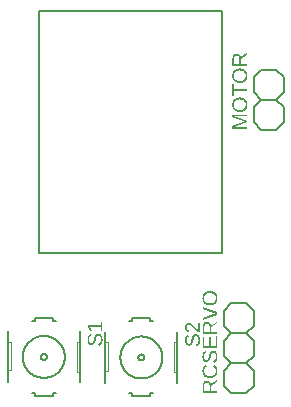
<source format=gbr>
G04 EAGLE Gerber RS-274X export*
G75*
%MOMM*%
%FSLAX34Y34*%
%LPD*%
%INSilkscreen Top*%
%IPPOS*%
%AMOC8*
5,1,8,0,0,1.08239X$1,22.5*%
G01*
G04 Define Apertures*
%ADD10C,0.152400*%
%ADD11C,0.050800*%
G36*
X242463Y301856D02*
X242927Y301891D01*
X243375Y301947D01*
X243808Y302027D01*
X244225Y302129D01*
X244628Y302254D01*
X245015Y302402D01*
X245387Y302572D01*
X245741Y302764D01*
X246074Y302976D01*
X246384Y303209D01*
X246674Y303462D01*
X246942Y303736D01*
X247188Y304030D01*
X247413Y304344D01*
X247616Y304678D01*
X247797Y305031D01*
X247954Y305401D01*
X248086Y305786D01*
X248195Y306188D01*
X248279Y306606D01*
X248339Y307041D01*
X248375Y307492D01*
X248387Y307959D01*
X248375Y308422D01*
X248338Y308869D01*
X248278Y309301D01*
X248192Y309717D01*
X248083Y310117D01*
X247949Y310502D01*
X247790Y310872D01*
X247608Y311225D01*
X247402Y311561D01*
X247176Y311877D01*
X246928Y312173D01*
X246660Y312448D01*
X246370Y312704D01*
X246059Y312939D01*
X245727Y313154D01*
X245374Y313349D01*
X245003Y313523D01*
X244617Y313673D01*
X244216Y313800D01*
X243800Y313905D01*
X243369Y313985D01*
X242922Y314043D01*
X242461Y314078D01*
X241985Y314090D01*
X241507Y314078D01*
X241045Y314044D01*
X240599Y313987D01*
X240169Y313907D01*
X239756Y313804D01*
X239359Y313678D01*
X238978Y313530D01*
X238613Y313358D01*
X238266Y313165D01*
X237941Y312952D01*
X237637Y312718D01*
X237355Y312464D01*
X237093Y312189D01*
X236853Y311894D01*
X236634Y311579D01*
X236436Y311243D01*
X236261Y310889D01*
X236109Y310520D01*
X235980Y310135D01*
X235875Y309734D01*
X235793Y309318D01*
X235734Y308886D01*
X235699Y308439D01*
X235687Y307976D01*
X235694Y307620D01*
X235713Y307273D01*
X235746Y306937D01*
X235792Y306610D01*
X235850Y306294D01*
X235922Y305987D01*
X236007Y305690D01*
X236104Y305403D01*
X236215Y305126D01*
X236339Y304859D01*
X236476Y304602D01*
X236626Y304355D01*
X236789Y304118D01*
X236965Y303890D01*
X237356Y303465D01*
X237793Y303086D01*
X238271Y302757D01*
X238525Y302611D01*
X238789Y302478D01*
X239063Y302358D01*
X239347Y302250D01*
X239642Y302155D01*
X239946Y302073D01*
X240261Y302003D01*
X240585Y301946D01*
X240920Y301902D01*
X241265Y301870D01*
X241620Y301851D01*
X241985Y301845D01*
X242463Y301856D01*
G37*
%LPC*%
G36*
X241416Y303562D02*
X240881Y303616D01*
X240377Y303707D01*
X239907Y303833D01*
X239469Y303996D01*
X239063Y304195D01*
X238690Y304429D01*
X238350Y304700D01*
X238046Y305004D01*
X237783Y305339D01*
X237560Y305703D01*
X237378Y306097D01*
X237236Y306522D01*
X237135Y306976D01*
X237074Y307461D01*
X237054Y307976D01*
X237074Y308487D01*
X237136Y308968D01*
X237238Y309419D01*
X237382Y309841D01*
X237567Y310232D01*
X237793Y310595D01*
X238060Y310927D01*
X238367Y311230D01*
X238711Y311500D01*
X239086Y311734D01*
X239492Y311932D01*
X239929Y312094D01*
X240396Y312220D01*
X240895Y312310D01*
X241424Y312364D01*
X241985Y312382D01*
X242570Y312364D01*
X243121Y312310D01*
X243638Y312221D01*
X244121Y312096D01*
X244570Y311935D01*
X244984Y311739D01*
X245365Y311507D01*
X245711Y311239D01*
X246020Y310937D01*
X246288Y310605D01*
X246515Y310242D01*
X246700Y309847D01*
X246844Y309422D01*
X246947Y308965D01*
X247009Y308477D01*
X247030Y307959D01*
X247008Y307454D01*
X246945Y306977D01*
X246838Y306529D01*
X246689Y306109D01*
X246498Y305718D01*
X246264Y305355D01*
X245987Y305020D01*
X245668Y304714D01*
X245312Y304439D01*
X244927Y304202D01*
X244511Y304001D01*
X244066Y303837D01*
X243591Y303709D01*
X243085Y303617D01*
X242550Y303563D01*
X241985Y303544D01*
X241416Y303562D01*
G37*
%LPD*%
G36*
X242463Y326419D02*
X242927Y326453D01*
X243375Y326510D01*
X243808Y326589D01*
X244225Y326692D01*
X244628Y326816D01*
X245015Y326964D01*
X245387Y327135D01*
X245741Y327326D01*
X246074Y327539D01*
X246384Y327772D01*
X246674Y328025D01*
X246942Y328298D01*
X247188Y328592D01*
X247413Y328906D01*
X247616Y329241D01*
X247797Y329594D01*
X247954Y329963D01*
X248086Y330349D01*
X248195Y330751D01*
X248279Y331169D01*
X248339Y331603D01*
X248375Y332054D01*
X248387Y332521D01*
X248375Y332984D01*
X248338Y333431D01*
X248278Y333863D01*
X248192Y334279D01*
X248083Y334680D01*
X247949Y335065D01*
X247790Y335434D01*
X247608Y335788D01*
X247402Y336124D01*
X247176Y336440D01*
X246928Y336735D01*
X246660Y337011D01*
X246370Y337266D01*
X246059Y337502D01*
X245727Y337717D01*
X245374Y337912D01*
X245003Y338085D01*
X244617Y338236D01*
X244216Y338363D01*
X243800Y338467D01*
X243369Y338548D01*
X242922Y338606D01*
X242461Y338640D01*
X241985Y338652D01*
X241507Y338641D01*
X241045Y338606D01*
X240599Y338549D01*
X240169Y338469D01*
X239756Y338366D01*
X239359Y338241D01*
X238978Y338092D01*
X238613Y337921D01*
X238266Y337728D01*
X237941Y337514D01*
X237637Y337280D01*
X237355Y337026D01*
X237093Y336752D01*
X236853Y336457D01*
X236634Y336141D01*
X236436Y335805D01*
X236261Y335452D01*
X236109Y335082D01*
X235980Y334697D01*
X235875Y334297D01*
X235793Y333881D01*
X235734Y333449D01*
X235699Y333002D01*
X235687Y332539D01*
X235694Y332182D01*
X235713Y331836D01*
X235746Y331499D01*
X235792Y331173D01*
X235850Y330856D01*
X235922Y330549D01*
X236007Y330253D01*
X236104Y329966D01*
X236215Y329689D01*
X236339Y329422D01*
X236476Y329165D01*
X236626Y328917D01*
X236789Y328680D01*
X236965Y328453D01*
X237356Y328028D01*
X237793Y327648D01*
X238271Y327319D01*
X238525Y327173D01*
X238789Y327041D01*
X239063Y326920D01*
X239347Y326813D01*
X239642Y326718D01*
X239946Y326635D01*
X240261Y326566D01*
X240585Y326509D01*
X240920Y326465D01*
X241265Y326433D01*
X241620Y326414D01*
X241985Y326408D01*
X242463Y326419D01*
G37*
%LPC*%
G36*
X241416Y328125D02*
X240881Y328179D01*
X240377Y328269D01*
X239907Y328396D01*
X239469Y328558D01*
X239063Y328757D01*
X238690Y328992D01*
X238350Y329263D01*
X238046Y329567D01*
X237783Y329901D01*
X237560Y330265D01*
X237378Y330660D01*
X237236Y331084D01*
X237135Y331539D01*
X237074Y332024D01*
X237054Y332539D01*
X237074Y333049D01*
X237136Y333530D01*
X237238Y333981D01*
X237382Y334403D01*
X237567Y334795D01*
X237793Y335157D01*
X238060Y335490D01*
X238367Y335792D01*
X238711Y336062D01*
X239086Y336296D01*
X239492Y336494D01*
X239929Y336656D01*
X240396Y336782D01*
X240895Y336872D01*
X241424Y336926D01*
X241985Y336944D01*
X242570Y336926D01*
X243121Y336873D01*
X243638Y336783D01*
X244121Y336658D01*
X244570Y336498D01*
X244984Y336301D01*
X245365Y336069D01*
X245711Y335801D01*
X246020Y335500D01*
X246288Y335167D01*
X246515Y334804D01*
X246700Y334410D01*
X246844Y333984D01*
X246947Y333527D01*
X247009Y333040D01*
X247030Y332521D01*
X247008Y332016D01*
X246945Y331540D01*
X246838Y331092D01*
X246689Y330672D01*
X246498Y330280D01*
X246264Y329917D01*
X245987Y329582D01*
X245668Y329276D01*
X245312Y329002D01*
X244927Y328764D01*
X244511Y328563D01*
X244066Y328399D01*
X243591Y328271D01*
X243085Y328180D01*
X242550Y328125D01*
X241985Y328107D01*
X241416Y328125D01*
G37*
%LPD*%
G36*
X248212Y342671D02*
X243088Y342671D01*
X243088Y346516D01*
X248212Y349722D01*
X248212Y351649D01*
X245159Y349637D01*
X242896Y348145D01*
X242823Y348488D01*
X242730Y348812D01*
X242614Y349117D01*
X242477Y349403D01*
X242385Y349559D01*
X242319Y349670D01*
X242139Y349918D01*
X241937Y350147D01*
X241713Y350357D01*
X241472Y350545D01*
X241217Y350707D01*
X240949Y350845D01*
X240667Y350958D01*
X240371Y351045D01*
X240061Y351108D01*
X239738Y351146D01*
X239401Y351158D01*
X238996Y351140D01*
X238615Y351087D01*
X238256Y350999D01*
X237920Y350875D01*
X237606Y350715D01*
X237316Y350520D01*
X237049Y350290D01*
X236804Y350024D01*
X236585Y349725D01*
X236396Y349397D01*
X236236Y349040D01*
X236104Y348652D01*
X236002Y348235D01*
X235930Y347788D01*
X235886Y347311D01*
X235871Y346805D01*
X235871Y340998D01*
X248212Y340998D01*
X248212Y342671D01*
G37*
%LPC*%
G36*
X237211Y342671D02*
X237211Y346639D01*
X237220Y346972D01*
X237247Y347286D01*
X237291Y347579D01*
X237353Y347853D01*
X237432Y348106D01*
X237529Y348339D01*
X237644Y348552D01*
X237776Y348745D01*
X237925Y348917D01*
X238091Y349065D01*
X238272Y349191D01*
X238469Y349294D01*
X238683Y349374D01*
X238912Y349431D01*
X239157Y349465D01*
X239418Y349476D01*
X239689Y349465D01*
X239944Y349431D01*
X240183Y349375D01*
X240407Y349296D01*
X240616Y349194D01*
X240809Y349070D01*
X240986Y348923D01*
X241148Y348754D01*
X241293Y348564D01*
X241418Y348355D01*
X241525Y348128D01*
X241611Y347881D01*
X241679Y347616D01*
X241727Y347333D01*
X241756Y347030D01*
X241766Y346709D01*
X241766Y342671D01*
X237211Y342671D01*
G37*
%LPD*%
G36*
X248212Y289018D02*
X239979Y289018D01*
X238324Y288983D01*
X237351Y288957D01*
X238315Y289246D01*
X239804Y289737D01*
X248212Y292968D01*
X248212Y294142D01*
X239804Y297330D01*
X239319Y297507D01*
X238748Y297694D01*
X237351Y298101D01*
X238639Y298042D01*
X239979Y298022D01*
X248212Y298022D01*
X248212Y299529D01*
X235871Y299529D01*
X235871Y297383D01*
X244428Y294160D01*
X244745Y294045D01*
X245326Y293857D01*
X245949Y293672D01*
X246390Y293564D01*
X245536Y293349D01*
X244964Y293184D01*
X244428Y293012D01*
X235871Y289728D01*
X235871Y287529D01*
X248212Y287529D01*
X248212Y289018D01*
G37*
G36*
X237238Y319575D02*
X248212Y319575D01*
X248212Y321239D01*
X237238Y321239D01*
X237238Y325478D01*
X235871Y325478D01*
X235871Y315336D01*
X237238Y315336D01*
X237238Y319575D01*
G37*
G36*
X217263Y138005D02*
X217727Y138039D01*
X218175Y138096D01*
X218608Y138176D01*
X219025Y138278D01*
X219428Y138403D01*
X219815Y138550D01*
X220187Y138721D01*
X220541Y138913D01*
X220874Y139125D01*
X221184Y139358D01*
X221474Y139611D01*
X221742Y139884D01*
X221988Y140178D01*
X222213Y140493D01*
X222416Y140827D01*
X222597Y141180D01*
X222754Y141550D01*
X222886Y141935D01*
X222995Y142337D01*
X223079Y142755D01*
X223139Y143190D01*
X223175Y143640D01*
X223187Y144107D01*
X223175Y144570D01*
X223138Y145018D01*
X223078Y145449D01*
X222992Y145866D01*
X222883Y146266D01*
X222749Y146651D01*
X222590Y147020D01*
X222408Y147374D01*
X222202Y147710D01*
X221976Y148026D01*
X221728Y148322D01*
X221460Y148597D01*
X221170Y148853D01*
X220859Y149088D01*
X220527Y149303D01*
X220174Y149498D01*
X219803Y149672D01*
X219417Y149822D01*
X219016Y149949D01*
X218600Y150053D01*
X218169Y150134D01*
X217722Y150192D01*
X217261Y150227D01*
X216785Y150238D01*
X216307Y150227D01*
X215845Y150193D01*
X215399Y150135D01*
X214969Y150055D01*
X214556Y149953D01*
X214159Y149827D01*
X213778Y149678D01*
X213413Y149507D01*
X213066Y149314D01*
X212741Y149100D01*
X212437Y148867D01*
X212155Y148612D01*
X211893Y148338D01*
X211653Y148043D01*
X211434Y147728D01*
X211236Y147392D01*
X211061Y147038D01*
X210909Y146669D01*
X210780Y146284D01*
X210675Y145883D01*
X210593Y145467D01*
X210534Y145035D01*
X210499Y144588D01*
X210487Y144125D01*
X210494Y143768D01*
X210513Y143422D01*
X210546Y143086D01*
X210592Y142759D01*
X210650Y142442D01*
X210722Y142136D01*
X210807Y141839D01*
X210904Y141552D01*
X211015Y141275D01*
X211139Y141008D01*
X211276Y140751D01*
X211426Y140504D01*
X211589Y140266D01*
X211765Y140039D01*
X212156Y139614D01*
X212593Y139234D01*
X213071Y138905D01*
X213325Y138760D01*
X213589Y138627D01*
X213863Y138507D01*
X214147Y138399D01*
X214442Y138304D01*
X214746Y138222D01*
X215061Y138152D01*
X215385Y138095D01*
X215720Y138051D01*
X216065Y138019D01*
X216420Y138000D01*
X216785Y137994D01*
X217263Y138005D01*
G37*
%LPC*%
G36*
X216216Y139711D02*
X215681Y139765D01*
X215177Y139856D01*
X214707Y139982D01*
X214269Y140145D01*
X213863Y140343D01*
X213490Y140578D01*
X213150Y140849D01*
X212846Y141153D01*
X212583Y141487D01*
X212360Y141852D01*
X212178Y142246D01*
X212036Y142671D01*
X211935Y143125D01*
X211874Y143610D01*
X211854Y144125D01*
X211874Y144635D01*
X211936Y145116D01*
X212038Y145568D01*
X212182Y145989D01*
X212367Y146381D01*
X212593Y146743D01*
X212860Y147076D01*
X213167Y147379D01*
X213511Y147649D01*
X213886Y147882D01*
X214292Y148080D01*
X214729Y148242D01*
X215196Y148368D01*
X215695Y148458D01*
X216224Y148512D01*
X216785Y148530D01*
X217370Y148512D01*
X217921Y148459D01*
X218438Y148370D01*
X218921Y148245D01*
X219370Y148084D01*
X219784Y147887D01*
X220165Y147655D01*
X220511Y147387D01*
X220820Y147086D01*
X221088Y146754D01*
X221315Y146390D01*
X221500Y145996D01*
X221644Y145570D01*
X221747Y145114D01*
X221809Y144626D01*
X221830Y144107D01*
X221808Y143603D01*
X221745Y143126D01*
X221638Y142678D01*
X221489Y142258D01*
X221298Y141867D01*
X221064Y141504D01*
X220787Y141169D01*
X220468Y140862D01*
X220112Y140588D01*
X219727Y140351D01*
X219311Y140150D01*
X218866Y139985D01*
X218391Y139857D01*
X217885Y139766D01*
X217350Y139711D01*
X216785Y139693D01*
X216216Y139711D01*
G37*
%LPD*%
G36*
X223012Y65882D02*
X217888Y65882D01*
X217888Y69727D01*
X223012Y72933D01*
X223012Y74860D01*
X219959Y72848D01*
X217696Y71356D01*
X217623Y71699D01*
X217530Y72023D01*
X217414Y72328D01*
X217277Y72614D01*
X217185Y72770D01*
X217119Y72881D01*
X216939Y73129D01*
X216737Y73358D01*
X216513Y73568D01*
X216272Y73756D01*
X216017Y73919D01*
X215749Y74056D01*
X215467Y74169D01*
X215171Y74257D01*
X214861Y74319D01*
X214538Y74357D01*
X214201Y74369D01*
X213796Y74352D01*
X213415Y74298D01*
X213056Y74210D01*
X212720Y74086D01*
X212406Y73926D01*
X212116Y73731D01*
X211849Y73501D01*
X211604Y73235D01*
X211385Y72937D01*
X211196Y72609D01*
X211036Y72251D01*
X210904Y71863D01*
X210802Y71446D01*
X210730Y70999D01*
X210686Y70523D01*
X210671Y70016D01*
X210671Y64209D01*
X223012Y64209D01*
X223012Y65882D01*
G37*
%LPC*%
G36*
X212011Y65882D02*
X212011Y69850D01*
X212020Y70184D01*
X212047Y70497D01*
X212091Y70791D01*
X212153Y71064D01*
X212232Y71317D01*
X212329Y71550D01*
X212444Y71763D01*
X212576Y71956D01*
X212725Y72128D01*
X212891Y72276D01*
X213072Y72402D01*
X213269Y72505D01*
X213483Y72585D01*
X213712Y72642D01*
X213957Y72676D01*
X214218Y72688D01*
X214489Y72676D01*
X214744Y72643D01*
X214983Y72586D01*
X215207Y72507D01*
X215416Y72405D01*
X215609Y72281D01*
X215786Y72134D01*
X215948Y71965D01*
X216093Y71775D01*
X216218Y71566D01*
X216325Y71339D01*
X216411Y71093D01*
X216479Y70828D01*
X216527Y70544D01*
X216556Y70241D01*
X216566Y69920D01*
X216566Y65882D01*
X212011Y65882D01*
G37*
%LPD*%
G36*
X223012Y115695D02*
X217888Y115695D01*
X217888Y119540D01*
X223012Y122745D01*
X223012Y124672D01*
X219959Y122660D01*
X217696Y121169D01*
X217623Y121512D01*
X217530Y121836D01*
X217414Y122141D01*
X217277Y122427D01*
X217185Y122583D01*
X217119Y122694D01*
X216939Y122942D01*
X216737Y123171D01*
X216513Y123380D01*
X216272Y123568D01*
X216017Y123731D01*
X215749Y123869D01*
X215467Y123981D01*
X215171Y124069D01*
X214861Y124132D01*
X214538Y124169D01*
X214201Y124182D01*
X213796Y124164D01*
X213415Y124111D01*
X213056Y124022D01*
X212720Y123898D01*
X212406Y123739D01*
X212116Y123544D01*
X211849Y123313D01*
X211604Y123048D01*
X211385Y122749D01*
X211196Y122421D01*
X211036Y122063D01*
X210904Y121676D01*
X210802Y121259D01*
X210730Y120812D01*
X210686Y120335D01*
X210671Y119829D01*
X210671Y114022D01*
X223012Y114022D01*
X223012Y115695D01*
G37*
%LPC*%
G36*
X212011Y115695D02*
X212011Y119662D01*
X212020Y119996D01*
X212047Y120310D01*
X212091Y120603D01*
X212153Y120877D01*
X212232Y121130D01*
X212329Y121363D01*
X212444Y121576D01*
X212576Y121769D01*
X212725Y121940D01*
X212891Y122089D01*
X213072Y122215D01*
X213269Y122317D01*
X213483Y122397D01*
X213712Y122454D01*
X213957Y122489D01*
X214218Y122500D01*
X214489Y122489D01*
X214744Y122455D01*
X214983Y122399D01*
X215207Y122320D01*
X215416Y122218D01*
X215609Y122094D01*
X215786Y121947D01*
X215948Y121778D01*
X216093Y121588D01*
X216218Y121379D01*
X216325Y121151D01*
X216411Y120905D01*
X216479Y120640D01*
X216527Y120356D01*
X216556Y120054D01*
X216566Y119733D01*
X216566Y115695D01*
X212011Y115695D01*
G37*
%LPD*%
G36*
X223012Y111775D02*
X221646Y111775D01*
X221646Y103726D01*
X217345Y103726D01*
X217345Y110891D01*
X215996Y110891D01*
X215996Y103726D01*
X212038Y103726D01*
X212038Y111416D01*
X210671Y111416D01*
X210671Y102053D01*
X223012Y102053D01*
X223012Y111775D01*
G37*
G36*
X220431Y89563D02*
X220787Y89698D01*
X221117Y89861D01*
X221423Y90055D01*
X221705Y90278D01*
X221962Y90531D01*
X222195Y90813D01*
X222403Y91125D01*
X222587Y91467D01*
X222746Y91838D01*
X222881Y92239D01*
X222991Y92669D01*
X223077Y93129D01*
X223138Y93619D01*
X223175Y94139D01*
X223187Y94688D01*
X223173Y95277D01*
X223129Y95833D01*
X223055Y96354D01*
X222953Y96841D01*
X222821Y97294D01*
X222660Y97713D01*
X222470Y98098D01*
X222250Y98449D01*
X222004Y98762D01*
X221733Y99034D01*
X221439Y99263D01*
X221120Y99451D01*
X220778Y99597D01*
X220411Y99702D01*
X220020Y99764D01*
X219605Y99785D01*
X219279Y99773D01*
X218974Y99738D01*
X218692Y99679D01*
X218431Y99597D01*
X218190Y99494D01*
X217965Y99372D01*
X217756Y99233D01*
X217564Y99076D01*
X217387Y98902D01*
X217225Y98713D01*
X217076Y98510D01*
X216942Y98292D01*
X216705Y97824D01*
X216500Y97324D01*
X216325Y96795D01*
X216176Y96242D01*
X215909Y95108D01*
X215728Y94329D01*
X215562Y93691D01*
X215410Y93195D01*
X215274Y92840D01*
X215138Y92572D01*
X214987Y92337D01*
X214822Y92136D01*
X214643Y91968D01*
X214445Y91836D01*
X214222Y91741D01*
X213974Y91685D01*
X213702Y91666D01*
X213466Y91678D01*
X213246Y91715D01*
X213040Y91776D01*
X212850Y91861D01*
X212675Y91970D01*
X212514Y92104D01*
X212369Y92263D01*
X212239Y92445D01*
X212124Y92651D01*
X212024Y92879D01*
X211940Y93129D01*
X211871Y93400D01*
X211818Y93694D01*
X211779Y94009D01*
X211756Y94346D01*
X211749Y94705D01*
X211755Y95033D01*
X211776Y95343D01*
X211811Y95634D01*
X211859Y95907D01*
X211921Y96162D01*
X211997Y96398D01*
X212087Y96616D01*
X212191Y96816D01*
X212310Y96999D01*
X212446Y97166D01*
X212598Y97318D01*
X212768Y97455D01*
X212954Y97577D01*
X213157Y97683D01*
X213377Y97774D01*
X213614Y97849D01*
X213325Y99496D01*
X212952Y99374D01*
X212607Y99231D01*
X212290Y99067D01*
X212001Y98883D01*
X211741Y98678D01*
X211510Y98452D01*
X211306Y98205D01*
X211131Y97937D01*
X210980Y97644D01*
X210849Y97319D01*
X210739Y96964D01*
X210648Y96577D01*
X210578Y96160D01*
X210528Y95712D01*
X210497Y95233D01*
X210487Y94723D01*
X210501Y94174D01*
X210541Y93658D01*
X210608Y93175D01*
X210702Y92725D01*
X210823Y92307D01*
X210970Y91922D01*
X211144Y91570D01*
X211346Y91250D01*
X211572Y90966D01*
X211820Y90719D01*
X212092Y90511D01*
X212386Y90340D01*
X212703Y90207D01*
X213042Y90113D01*
X213404Y90056D01*
X213789Y90037D01*
X214125Y90051D01*
X214442Y90095D01*
X214738Y90167D01*
X215015Y90269D01*
X215274Y90398D01*
X215516Y90553D01*
X215741Y90733D01*
X215948Y90939D01*
X216143Y91178D01*
X216328Y91457D01*
X216504Y91776D01*
X216671Y92135D01*
X216833Y92557D01*
X216995Y93068D01*
X217157Y93668D01*
X217319Y94355D01*
X217678Y95888D01*
X217766Y96221D01*
X217864Y96531D01*
X217972Y96817D01*
X218090Y97079D01*
X218221Y97314D01*
X218368Y97522D01*
X218531Y97702D01*
X218712Y97854D01*
X218914Y97975D01*
X219145Y98061D01*
X219405Y98113D01*
X219693Y98130D01*
X219954Y98116D01*
X220199Y98075D01*
X220427Y98006D01*
X220640Y97910D01*
X220836Y97786D01*
X221015Y97635D01*
X221179Y97456D01*
X221326Y97250D01*
X221456Y97018D01*
X221569Y96763D01*
X221665Y96485D01*
X221743Y96184D01*
X221804Y95860D01*
X221847Y95513D01*
X221873Y95142D01*
X221882Y94749D01*
X221874Y94367D01*
X221850Y94006D01*
X221809Y93665D01*
X221752Y93345D01*
X221679Y93046D01*
X221589Y92767D01*
X221483Y92508D01*
X221361Y92270D01*
X221222Y92052D01*
X221064Y91854D01*
X220887Y91676D01*
X220692Y91517D01*
X220479Y91378D01*
X220247Y91259D01*
X219996Y91159D01*
X219728Y91079D01*
X220052Y89459D01*
X220431Y89563D01*
G37*
G36*
X217269Y76598D02*
X217737Y76631D01*
X218188Y76687D01*
X218623Y76765D01*
X219041Y76865D01*
X219443Y76988D01*
X219828Y77133D01*
X220196Y77300D01*
X220546Y77489D01*
X220875Y77698D01*
X221183Y77927D01*
X221471Y78176D01*
X221737Y78446D01*
X221983Y78736D01*
X222208Y79046D01*
X222412Y79376D01*
X222594Y79724D01*
X222751Y80088D01*
X222884Y80468D01*
X222993Y80864D01*
X223078Y81275D01*
X223139Y81702D01*
X223175Y82145D01*
X223187Y82604D01*
X223174Y83052D01*
X223135Y83487D01*
X223070Y83908D01*
X222979Y84315D01*
X222862Y84708D01*
X222719Y85087D01*
X222550Y85453D01*
X222355Y85805D01*
X222135Y86140D01*
X221891Y86456D01*
X221624Y86753D01*
X221333Y87030D01*
X221017Y87288D01*
X220678Y87527D01*
X220316Y87746D01*
X219929Y87946D01*
X219246Y86580D01*
X219557Y86412D01*
X219847Y86234D01*
X220118Y86045D01*
X220369Y85847D01*
X220599Y85639D01*
X220810Y85420D01*
X221000Y85192D01*
X221171Y84953D01*
X221321Y84704D01*
X221451Y84446D01*
X221561Y84177D01*
X221652Y83898D01*
X221722Y83609D01*
X221772Y83310D01*
X221802Y83001D01*
X221812Y82682D01*
X221791Y82190D01*
X221726Y81723D01*
X221618Y81283D01*
X221467Y80868D01*
X221273Y80480D01*
X221036Y80118D01*
X220756Y79782D01*
X220433Y79472D01*
X220074Y79194D01*
X219687Y78953D01*
X219273Y78749D01*
X218831Y78582D01*
X218361Y78452D01*
X217863Y78360D01*
X217338Y78304D01*
X216785Y78286D01*
X216226Y78303D01*
X215698Y78357D01*
X215201Y78446D01*
X214734Y78570D01*
X214298Y78730D01*
X213892Y78926D01*
X213517Y79157D01*
X213172Y79424D01*
X212863Y79723D01*
X212595Y80050D01*
X212369Y80406D01*
X212183Y80790D01*
X212039Y81203D01*
X211936Y81644D01*
X211874Y82114D01*
X211854Y82612D01*
X211863Y82933D01*
X211889Y83243D01*
X211934Y83541D01*
X211996Y83829D01*
X212076Y84105D01*
X212174Y84370D01*
X212290Y84624D01*
X212423Y84868D01*
X212573Y85097D01*
X212739Y85310D01*
X212921Y85507D01*
X213119Y85688D01*
X213333Y85852D01*
X213563Y86000D01*
X213808Y86132D01*
X214070Y86247D01*
X213544Y87832D01*
X213177Y87666D01*
X212833Y87478D01*
X212512Y87267D01*
X212215Y87035D01*
X211941Y86781D01*
X211690Y86505D01*
X211462Y86208D01*
X211258Y85888D01*
X211077Y85547D01*
X210921Y85186D01*
X210788Y84805D01*
X210680Y84403D01*
X210596Y83982D01*
X210535Y83540D01*
X210499Y83077D01*
X210487Y82595D01*
X210494Y82247D01*
X210513Y81909D01*
X210546Y81580D01*
X210592Y81261D01*
X210651Y80952D01*
X210723Y80652D01*
X210808Y80362D01*
X210906Y80081D01*
X211017Y79810D01*
X211141Y79548D01*
X211278Y79296D01*
X211428Y79054D01*
X211768Y78598D01*
X212160Y78180D01*
X212598Y77807D01*
X213077Y77483D01*
X213595Y77209D01*
X213869Y77091D01*
X214153Y76985D01*
X214447Y76892D01*
X214751Y76811D01*
X215065Y76742D01*
X215389Y76686D01*
X215723Y76642D01*
X216067Y76611D01*
X216421Y76593D01*
X216785Y76586D01*
X217269Y76598D01*
G37*
G36*
X223012Y130290D02*
X223012Y132025D01*
X210671Y137061D01*
X210671Y135300D01*
X219360Y131902D01*
X221541Y131166D01*
X219360Y130431D01*
X210671Y127015D01*
X210671Y125254D01*
X223012Y130290D01*
G37*
G36*
X123149Y103948D02*
X123505Y104082D01*
X123835Y104246D01*
X124141Y104439D01*
X124423Y104662D01*
X124680Y104915D01*
X124913Y105197D01*
X125121Y105509D01*
X125305Y105851D01*
X125464Y106222D01*
X125599Y106623D01*
X125709Y107054D01*
X125795Y107514D01*
X125856Y108004D01*
X125893Y108523D01*
X125905Y109072D01*
X125891Y109661D01*
X125847Y110217D01*
X125773Y110738D01*
X125671Y111225D01*
X125539Y111679D01*
X125378Y112098D01*
X125188Y112483D01*
X124968Y112834D01*
X124722Y113147D01*
X124451Y113418D01*
X124157Y113648D01*
X123838Y113836D01*
X123496Y113982D01*
X123129Y114086D01*
X122738Y114149D01*
X122323Y114169D01*
X121997Y114158D01*
X121692Y114122D01*
X121410Y114064D01*
X121149Y113981D01*
X120908Y113878D01*
X120683Y113757D01*
X120474Y113617D01*
X120282Y113460D01*
X120105Y113286D01*
X119943Y113098D01*
X119794Y112894D01*
X119660Y112676D01*
X119423Y112209D01*
X119218Y111708D01*
X119043Y111179D01*
X118894Y110627D01*
X118627Y109492D01*
X118446Y108713D01*
X118280Y108076D01*
X118128Y107579D01*
X117992Y107224D01*
X117856Y106956D01*
X117705Y106721D01*
X117540Y106520D01*
X117361Y106352D01*
X117163Y106220D01*
X116940Y106126D01*
X116692Y106069D01*
X116420Y106050D01*
X116184Y106062D01*
X115964Y106099D01*
X115758Y106160D01*
X115568Y106245D01*
X115393Y106355D01*
X115232Y106489D01*
X115087Y106647D01*
X114957Y106830D01*
X114842Y107036D01*
X114742Y107263D01*
X114658Y107513D01*
X114589Y107784D01*
X114536Y108078D01*
X114497Y108393D01*
X114474Y108730D01*
X114467Y109089D01*
X114473Y109418D01*
X114494Y109727D01*
X114529Y110019D01*
X114577Y110292D01*
X114639Y110546D01*
X114715Y110783D01*
X114805Y111001D01*
X114909Y111200D01*
X115028Y111383D01*
X115164Y111551D01*
X115316Y111703D01*
X115486Y111840D01*
X115672Y111961D01*
X115875Y112067D01*
X116095Y112158D01*
X116332Y112234D01*
X116043Y113880D01*
X115670Y113758D01*
X115325Y113615D01*
X115008Y113452D01*
X114719Y113267D01*
X114459Y113062D01*
X114228Y112836D01*
X114024Y112589D01*
X113849Y112321D01*
X113698Y112028D01*
X113567Y111703D01*
X113457Y111348D01*
X113366Y110962D01*
X113296Y110544D01*
X113246Y110096D01*
X113215Y109617D01*
X113205Y109107D01*
X113219Y108558D01*
X113259Y108043D01*
X113326Y107559D01*
X113420Y107109D01*
X113541Y106691D01*
X113688Y106306D01*
X113862Y105954D01*
X114064Y105634D01*
X114290Y105350D01*
X114538Y105104D01*
X114810Y104895D01*
X115104Y104724D01*
X115421Y104592D01*
X115760Y104497D01*
X116122Y104440D01*
X116507Y104421D01*
X116843Y104436D01*
X117160Y104479D01*
X117456Y104552D01*
X117733Y104653D01*
X117992Y104782D01*
X118234Y104937D01*
X118459Y105117D01*
X118666Y105323D01*
X118861Y105562D01*
X119046Y105841D01*
X119222Y106160D01*
X119389Y106519D01*
X119551Y106942D01*
X119713Y107453D01*
X119875Y108052D01*
X120037Y108739D01*
X120396Y110272D01*
X120484Y110606D01*
X120582Y110916D01*
X120690Y111201D01*
X120808Y111463D01*
X120939Y111699D01*
X121086Y111906D01*
X121249Y112086D01*
X121430Y112238D01*
X121632Y112359D01*
X121863Y112445D01*
X122123Y112497D01*
X122411Y112514D01*
X122672Y112500D01*
X122917Y112459D01*
X123145Y112390D01*
X123358Y112294D01*
X123554Y112170D01*
X123733Y112019D01*
X123897Y111840D01*
X124044Y111634D01*
X124174Y111402D01*
X124287Y111147D01*
X124383Y110870D01*
X124461Y110569D01*
X124522Y110244D01*
X124565Y109897D01*
X124591Y109527D01*
X124600Y109133D01*
X124592Y108752D01*
X124568Y108390D01*
X124527Y108050D01*
X124470Y107730D01*
X124397Y107430D01*
X124307Y107151D01*
X124201Y106893D01*
X124079Y106655D01*
X123940Y106437D01*
X123782Y106239D01*
X123605Y106060D01*
X123410Y105901D01*
X123197Y105762D01*
X122965Y105643D01*
X122714Y105543D01*
X122446Y105463D01*
X122770Y103843D01*
X123149Y103948D01*
G37*
G36*
X125730Y124066D02*
X124390Y124066D01*
X124390Y121062D01*
X113389Y121062D01*
X113389Y119608D01*
X115395Y116691D01*
X116884Y116691D01*
X114896Y119477D01*
X124390Y119477D01*
X124390Y116332D01*
X125730Y116332D01*
X125730Y124066D01*
G37*
G36*
X205699Y103440D02*
X206055Y103574D01*
X206385Y103738D01*
X206691Y103931D01*
X206973Y104154D01*
X207230Y104407D01*
X207463Y104689D01*
X207671Y105001D01*
X207855Y105343D01*
X208014Y105714D01*
X208149Y106115D01*
X208259Y106546D01*
X208345Y107006D01*
X208406Y107496D01*
X208443Y108015D01*
X208455Y108564D01*
X208441Y109153D01*
X208397Y109709D01*
X208323Y110230D01*
X208221Y110717D01*
X208089Y111171D01*
X207928Y111590D01*
X207738Y111975D01*
X207518Y112326D01*
X207272Y112639D01*
X207001Y112910D01*
X206707Y113140D01*
X206388Y113328D01*
X206046Y113474D01*
X205679Y113578D01*
X205288Y113641D01*
X204873Y113661D01*
X204547Y113650D01*
X204242Y113614D01*
X203960Y113556D01*
X203699Y113473D01*
X203458Y113370D01*
X203233Y113249D01*
X203024Y113109D01*
X202832Y112952D01*
X202655Y112778D01*
X202493Y112590D01*
X202344Y112386D01*
X202210Y112168D01*
X201973Y111701D01*
X201768Y111200D01*
X201593Y110671D01*
X201444Y110119D01*
X201177Y108984D01*
X200996Y108205D01*
X200830Y107568D01*
X200678Y107071D01*
X200542Y106716D01*
X200406Y106448D01*
X200255Y106213D01*
X200090Y106012D01*
X199911Y105844D01*
X199713Y105712D01*
X199490Y105618D01*
X199242Y105561D01*
X198970Y105542D01*
X198734Y105554D01*
X198514Y105591D01*
X198308Y105652D01*
X198118Y105737D01*
X197943Y105847D01*
X197782Y105981D01*
X197637Y106139D01*
X197507Y106322D01*
X197392Y106528D01*
X197292Y106755D01*
X197208Y107005D01*
X197139Y107276D01*
X197086Y107570D01*
X197047Y107885D01*
X197024Y108222D01*
X197017Y108581D01*
X197023Y108910D01*
X197044Y109219D01*
X197079Y109511D01*
X197127Y109784D01*
X197189Y110038D01*
X197265Y110275D01*
X197355Y110493D01*
X197459Y110692D01*
X197578Y110875D01*
X197714Y111043D01*
X197866Y111195D01*
X198036Y111332D01*
X198222Y111453D01*
X198425Y111559D01*
X198645Y111650D01*
X198882Y111726D01*
X198593Y113372D01*
X198220Y113250D01*
X197875Y113107D01*
X197558Y112944D01*
X197269Y112759D01*
X197009Y112554D01*
X196778Y112328D01*
X196574Y112081D01*
X196399Y111813D01*
X196248Y111520D01*
X196117Y111195D01*
X196007Y110840D01*
X195916Y110454D01*
X195846Y110036D01*
X195796Y109588D01*
X195765Y109109D01*
X195755Y108599D01*
X195769Y108050D01*
X195809Y107535D01*
X195876Y107051D01*
X195970Y106601D01*
X196091Y106183D01*
X196238Y105798D01*
X196412Y105446D01*
X196614Y105126D01*
X196840Y104842D01*
X197088Y104596D01*
X197360Y104387D01*
X197654Y104216D01*
X197971Y104084D01*
X198310Y103989D01*
X198672Y103932D01*
X199057Y103913D01*
X199393Y103928D01*
X199710Y103971D01*
X200006Y104044D01*
X200283Y104145D01*
X200542Y104274D01*
X200784Y104429D01*
X201009Y104609D01*
X201216Y104815D01*
X201411Y105054D01*
X201596Y105333D01*
X201772Y105652D01*
X201939Y106011D01*
X202101Y106434D01*
X202263Y106945D01*
X202425Y107544D01*
X202587Y108231D01*
X202946Y109764D01*
X203034Y110098D01*
X203132Y110408D01*
X203240Y110693D01*
X203358Y110955D01*
X203489Y111191D01*
X203636Y111398D01*
X203799Y111578D01*
X203980Y111730D01*
X204182Y111851D01*
X204413Y111937D01*
X204673Y111989D01*
X204961Y112006D01*
X205222Y111992D01*
X205467Y111951D01*
X205695Y111882D01*
X205908Y111786D01*
X206104Y111662D01*
X206283Y111511D01*
X206447Y111332D01*
X206594Y111126D01*
X206724Y110894D01*
X206837Y110639D01*
X206933Y110362D01*
X207011Y110061D01*
X207072Y109736D01*
X207115Y109389D01*
X207141Y109019D01*
X207150Y108625D01*
X207142Y108244D01*
X207118Y107882D01*
X207077Y107542D01*
X207020Y107222D01*
X206947Y106922D01*
X206857Y106643D01*
X206751Y106385D01*
X206629Y106147D01*
X206490Y105929D01*
X206332Y105731D01*
X206155Y105552D01*
X205960Y105393D01*
X205747Y105254D01*
X205515Y105135D01*
X205264Y105035D01*
X204996Y104955D01*
X205320Y103335D01*
X205699Y103440D01*
G37*
G36*
X208280Y123532D02*
X206940Y123532D01*
X206940Y117094D01*
X206630Y117247D01*
X206315Y117440D01*
X205993Y117676D01*
X205666Y117953D01*
X205325Y118276D01*
X204964Y118651D01*
X204583Y119078D01*
X204181Y119556D01*
X203485Y120397D01*
X202887Y121090D01*
X202386Y121636D01*
X201983Y122034D01*
X201628Y122338D01*
X201273Y122602D01*
X200918Y122827D01*
X200564Y123011D01*
X200208Y123154D01*
X199852Y123257D01*
X199495Y123319D01*
X199136Y123339D01*
X198743Y123324D01*
X198372Y123277D01*
X198025Y123198D01*
X197701Y123089D01*
X197400Y122947D01*
X197122Y122775D01*
X196867Y122571D01*
X196636Y122336D01*
X196429Y122072D01*
X196250Y121781D01*
X196099Y121463D01*
X195975Y121118D01*
X195879Y120746D01*
X195810Y120347D01*
X195769Y119921D01*
X195755Y119468D01*
X195769Y119053D01*
X195810Y118657D01*
X195878Y118280D01*
X195974Y117923D01*
X196097Y117585D01*
X196248Y117267D01*
X196426Y116967D01*
X196631Y116687D01*
X196860Y116431D01*
X197107Y116203D01*
X197373Y116003D01*
X197658Y115832D01*
X197962Y115689D01*
X198285Y115575D01*
X198627Y115488D01*
X198987Y115430D01*
X199136Y117042D01*
X198896Y117079D01*
X198669Y117132D01*
X198456Y117203D01*
X198257Y117290D01*
X198072Y117395D01*
X197900Y117516D01*
X197743Y117653D01*
X197599Y117808D01*
X197471Y117977D01*
X197359Y118157D01*
X197265Y118347D01*
X197188Y118549D01*
X197129Y118762D01*
X197086Y118987D01*
X197060Y119222D01*
X197052Y119468D01*
X197060Y119726D01*
X197087Y119969D01*
X197130Y120198D01*
X197192Y120412D01*
X197271Y120611D01*
X197367Y120797D01*
X197481Y120967D01*
X197612Y121123D01*
X197759Y121263D01*
X197921Y121384D01*
X198097Y121486D01*
X198287Y121570D01*
X198491Y121635D01*
X198709Y121682D01*
X198942Y121710D01*
X199189Y121719D01*
X199555Y121697D01*
X199902Y121632D01*
X200230Y121524D01*
X200537Y121373D01*
X200832Y121187D01*
X201120Y120973D01*
X201401Y120733D01*
X201676Y120466D01*
X202219Y119872D01*
X202762Y119210D01*
X203328Y118510D01*
X203940Y117804D01*
X204267Y117453D01*
X204612Y117111D01*
X204976Y116777D01*
X205359Y116451D01*
X205766Y116141D01*
X206203Y115856D01*
X206670Y115596D01*
X207168Y115360D01*
X208280Y115360D01*
X208280Y123532D01*
G37*
D10*
X253800Y293170D02*
X253800Y305870D01*
X260150Y312220D01*
X272850Y312220D01*
X279200Y305870D01*
X272850Y286820D02*
X260150Y286820D01*
X253800Y293170D01*
X272850Y286820D02*
X279200Y293170D01*
X279200Y305870D01*
X260150Y312220D02*
X253800Y318570D01*
X253800Y331270D01*
X260150Y337620D01*
X272850Y337620D01*
X279200Y331270D01*
X279200Y318570D01*
X272850Y312220D01*
X228600Y82550D02*
X228600Y69850D01*
X228600Y82550D02*
X234950Y88900D01*
X247650Y88900D01*
X254000Y82550D01*
X234950Y88900D02*
X228600Y95250D01*
X228600Y107950D01*
X234950Y114300D01*
X247650Y114300D01*
X254000Y107950D01*
X254000Y95250D01*
X247650Y88900D01*
X247650Y63500D02*
X234950Y63500D01*
X228600Y69850D01*
X247650Y63500D02*
X254000Y69850D01*
X254000Y82550D01*
X234950Y114300D02*
X228600Y120650D01*
X228600Y133350D01*
X234950Y139700D01*
X247650Y139700D01*
X254000Y133350D01*
X254000Y120650D01*
X247650Y114300D01*
X68580Y64008D02*
X68580Y61468D01*
X83820Y61468D01*
X83820Y64008D01*
X83820Y124968D02*
X83820Y127508D01*
X68580Y127508D01*
X68580Y124968D01*
D11*
X104140Y107188D02*
X106680Y107188D01*
X104140Y107188D02*
X104140Y81788D01*
X106680Y81788D01*
X48260Y83058D02*
X48260Y107188D01*
X48260Y83058D02*
X45720Y83058D01*
X45720Y107188D02*
X48260Y107188D01*
D10*
X45720Y107188D02*
X45720Y116078D01*
X106680Y81788D02*
X106680Y72898D01*
X106680Y81788D02*
X106680Y107188D01*
X106680Y116078D01*
X45720Y107188D02*
X45720Y83058D01*
X45720Y72898D01*
X66040Y64008D02*
X68580Y64008D01*
X83820Y64008D02*
X86360Y64008D01*
X68580Y124968D02*
X66040Y124968D01*
X83820Y124968D02*
X86360Y124968D01*
X58420Y94488D02*
X58425Y94924D01*
X58441Y95360D01*
X58468Y95796D01*
X58506Y96231D01*
X58554Y96664D01*
X58612Y97097D01*
X58682Y97528D01*
X58762Y97957D01*
X58852Y98384D01*
X58953Y98808D01*
X59064Y99230D01*
X59186Y99649D01*
X59317Y100065D01*
X59459Y100478D01*
X59611Y100887D01*
X59773Y101292D01*
X59945Y101693D01*
X60127Y102090D01*
X60318Y102482D01*
X60519Y102869D01*
X60730Y103252D01*
X60950Y103629D01*
X61179Y104000D01*
X61416Y104366D01*
X61663Y104726D01*
X61919Y105080D01*
X62183Y105427D01*
X62456Y105768D01*
X62737Y106101D01*
X63026Y106428D01*
X63323Y106748D01*
X63628Y107060D01*
X63940Y107365D01*
X64260Y107662D01*
X64587Y107951D01*
X64920Y108232D01*
X65261Y108505D01*
X65608Y108769D01*
X65962Y109025D01*
X66322Y109272D01*
X66688Y109509D01*
X67059Y109738D01*
X67436Y109958D01*
X67819Y110169D01*
X68206Y110370D01*
X68598Y110561D01*
X68995Y110743D01*
X69396Y110915D01*
X69801Y111077D01*
X70210Y111229D01*
X70623Y111371D01*
X71039Y111502D01*
X71458Y111624D01*
X71880Y111735D01*
X72304Y111836D01*
X72731Y111926D01*
X73160Y112006D01*
X73591Y112076D01*
X74024Y112134D01*
X74457Y112182D01*
X74892Y112220D01*
X75328Y112247D01*
X75764Y112263D01*
X76200Y112268D01*
X76636Y112263D01*
X77072Y112247D01*
X77508Y112220D01*
X77943Y112182D01*
X78376Y112134D01*
X78809Y112076D01*
X79240Y112006D01*
X79669Y111926D01*
X80096Y111836D01*
X80520Y111735D01*
X80942Y111624D01*
X81361Y111502D01*
X81777Y111371D01*
X82190Y111229D01*
X82599Y111077D01*
X83004Y110915D01*
X83405Y110743D01*
X83802Y110561D01*
X84194Y110370D01*
X84581Y110169D01*
X84964Y109958D01*
X85341Y109738D01*
X85712Y109509D01*
X86078Y109272D01*
X86438Y109025D01*
X86792Y108769D01*
X87139Y108505D01*
X87480Y108232D01*
X87813Y107951D01*
X88140Y107662D01*
X88460Y107365D01*
X88772Y107060D01*
X89077Y106748D01*
X89374Y106428D01*
X89663Y106101D01*
X89944Y105768D01*
X90217Y105427D01*
X90481Y105080D01*
X90737Y104726D01*
X90984Y104366D01*
X91221Y104000D01*
X91450Y103629D01*
X91670Y103252D01*
X91881Y102869D01*
X92082Y102482D01*
X92273Y102090D01*
X92455Y101693D01*
X92627Y101292D01*
X92789Y100887D01*
X92941Y100478D01*
X93083Y100065D01*
X93214Y99649D01*
X93336Y99230D01*
X93447Y98808D01*
X93548Y98384D01*
X93638Y97957D01*
X93718Y97528D01*
X93788Y97097D01*
X93846Y96664D01*
X93894Y96231D01*
X93932Y95796D01*
X93959Y95360D01*
X93975Y94924D01*
X93980Y94488D01*
X93975Y94052D01*
X93959Y93616D01*
X93932Y93180D01*
X93894Y92745D01*
X93846Y92312D01*
X93788Y91879D01*
X93718Y91448D01*
X93638Y91019D01*
X93548Y90592D01*
X93447Y90168D01*
X93336Y89746D01*
X93214Y89327D01*
X93083Y88911D01*
X92941Y88498D01*
X92789Y88089D01*
X92627Y87684D01*
X92455Y87283D01*
X92273Y86886D01*
X92082Y86494D01*
X91881Y86107D01*
X91670Y85724D01*
X91450Y85347D01*
X91221Y84976D01*
X90984Y84610D01*
X90737Y84250D01*
X90481Y83896D01*
X90217Y83549D01*
X89944Y83208D01*
X89663Y82875D01*
X89374Y82548D01*
X89077Y82228D01*
X88772Y81916D01*
X88460Y81611D01*
X88140Y81314D01*
X87813Y81025D01*
X87480Y80744D01*
X87139Y80471D01*
X86792Y80207D01*
X86438Y79951D01*
X86078Y79704D01*
X85712Y79467D01*
X85341Y79238D01*
X84964Y79018D01*
X84581Y78807D01*
X84194Y78606D01*
X83802Y78415D01*
X83405Y78233D01*
X83004Y78061D01*
X82599Y77899D01*
X82190Y77747D01*
X81777Y77605D01*
X81361Y77474D01*
X80942Y77352D01*
X80520Y77241D01*
X80096Y77140D01*
X79669Y77050D01*
X79240Y76970D01*
X78809Y76900D01*
X78376Y76842D01*
X77943Y76794D01*
X77508Y76756D01*
X77072Y76729D01*
X76636Y76713D01*
X76200Y76708D01*
X75764Y76713D01*
X75328Y76729D01*
X74892Y76756D01*
X74457Y76794D01*
X74024Y76842D01*
X73591Y76900D01*
X73160Y76970D01*
X72731Y77050D01*
X72304Y77140D01*
X71880Y77241D01*
X71458Y77352D01*
X71039Y77474D01*
X70623Y77605D01*
X70210Y77747D01*
X69801Y77899D01*
X69396Y78061D01*
X68995Y78233D01*
X68598Y78415D01*
X68206Y78606D01*
X67819Y78807D01*
X67436Y79018D01*
X67059Y79238D01*
X66688Y79467D01*
X66322Y79704D01*
X65962Y79951D01*
X65608Y80207D01*
X65261Y80471D01*
X64920Y80744D01*
X64587Y81025D01*
X64260Y81314D01*
X63940Y81611D01*
X63628Y81916D01*
X63323Y82228D01*
X63026Y82548D01*
X62737Y82875D01*
X62456Y83208D01*
X62183Y83549D01*
X61919Y83896D01*
X61663Y84250D01*
X61416Y84610D01*
X61179Y84976D01*
X60950Y85347D01*
X60730Y85724D01*
X60519Y86107D01*
X60318Y86494D01*
X60127Y86886D01*
X59945Y87283D01*
X59773Y87684D01*
X59611Y88089D01*
X59459Y88498D01*
X59317Y88911D01*
X59186Y89327D01*
X59064Y89746D01*
X58953Y90168D01*
X58852Y90592D01*
X58762Y91019D01*
X58682Y91448D01*
X58612Y91879D01*
X58554Y92312D01*
X58506Y92745D01*
X58468Y93180D01*
X58441Y93616D01*
X58425Y94052D01*
X58420Y94488D01*
X73660Y94488D02*
X73662Y94588D01*
X73668Y94689D01*
X73678Y94788D01*
X73692Y94888D01*
X73709Y94987D01*
X73731Y95085D01*
X73757Y95182D01*
X73786Y95278D01*
X73819Y95372D01*
X73856Y95466D01*
X73896Y95558D01*
X73940Y95648D01*
X73988Y95736D01*
X74039Y95823D01*
X74093Y95907D01*
X74151Y95989D01*
X74212Y96069D01*
X74276Y96146D01*
X74343Y96221D01*
X74413Y96293D01*
X74486Y96362D01*
X74561Y96428D01*
X74639Y96492D01*
X74719Y96552D01*
X74802Y96609D01*
X74887Y96662D01*
X74974Y96712D01*
X75063Y96759D01*
X75153Y96802D01*
X75245Y96842D01*
X75339Y96878D01*
X75434Y96910D01*
X75530Y96938D01*
X75628Y96963D01*
X75726Y96983D01*
X75825Y97000D01*
X75925Y97013D01*
X76024Y97022D01*
X76125Y97027D01*
X76225Y97028D01*
X76325Y97025D01*
X76426Y97018D01*
X76525Y97007D01*
X76625Y96992D01*
X76723Y96974D01*
X76821Y96951D01*
X76918Y96924D01*
X77013Y96894D01*
X77108Y96860D01*
X77201Y96822D01*
X77292Y96781D01*
X77382Y96736D01*
X77470Y96688D01*
X77556Y96636D01*
X77640Y96581D01*
X77721Y96522D01*
X77800Y96460D01*
X77877Y96396D01*
X77951Y96328D01*
X78022Y96257D01*
X78091Y96184D01*
X78156Y96108D01*
X78219Y96029D01*
X78278Y95948D01*
X78334Y95865D01*
X78387Y95780D01*
X78436Y95692D01*
X78482Y95603D01*
X78524Y95512D01*
X78563Y95419D01*
X78598Y95325D01*
X78629Y95230D01*
X78657Y95133D01*
X78680Y95036D01*
X78700Y94937D01*
X78716Y94838D01*
X78728Y94739D01*
X78736Y94638D01*
X78740Y94538D01*
X78740Y94438D01*
X78736Y94338D01*
X78728Y94237D01*
X78716Y94138D01*
X78700Y94039D01*
X78680Y93940D01*
X78657Y93843D01*
X78629Y93746D01*
X78598Y93651D01*
X78563Y93557D01*
X78524Y93464D01*
X78482Y93373D01*
X78436Y93284D01*
X78387Y93196D01*
X78334Y93111D01*
X78278Y93028D01*
X78219Y92947D01*
X78156Y92868D01*
X78091Y92792D01*
X78022Y92719D01*
X77951Y92648D01*
X77877Y92580D01*
X77800Y92516D01*
X77721Y92454D01*
X77640Y92395D01*
X77556Y92340D01*
X77470Y92288D01*
X77382Y92240D01*
X77292Y92195D01*
X77201Y92154D01*
X77108Y92116D01*
X77013Y92082D01*
X76918Y92052D01*
X76821Y92025D01*
X76723Y92002D01*
X76625Y91984D01*
X76525Y91969D01*
X76426Y91958D01*
X76325Y91951D01*
X76225Y91948D01*
X76125Y91949D01*
X76024Y91954D01*
X75925Y91963D01*
X75825Y91976D01*
X75726Y91993D01*
X75628Y92013D01*
X75530Y92038D01*
X75434Y92066D01*
X75339Y92098D01*
X75245Y92134D01*
X75153Y92174D01*
X75063Y92217D01*
X74974Y92264D01*
X74887Y92314D01*
X74802Y92367D01*
X74719Y92424D01*
X74639Y92484D01*
X74561Y92548D01*
X74486Y92614D01*
X74413Y92683D01*
X74343Y92755D01*
X74276Y92830D01*
X74212Y92907D01*
X74151Y92987D01*
X74093Y93069D01*
X74039Y93153D01*
X73988Y93240D01*
X73940Y93328D01*
X73896Y93418D01*
X73856Y93510D01*
X73819Y93604D01*
X73786Y93698D01*
X73757Y93794D01*
X73731Y93891D01*
X73709Y93989D01*
X73692Y94088D01*
X73678Y94188D01*
X73668Y94287D01*
X73662Y94388D01*
X73660Y94488D01*
X151130Y63500D02*
X151130Y60960D01*
X166370Y60960D01*
X166370Y63500D01*
X166370Y124460D02*
X166370Y127000D01*
X151130Y127000D01*
X151130Y124460D01*
D11*
X186690Y106680D02*
X189230Y106680D01*
X186690Y106680D02*
X186690Y81280D01*
X189230Y81280D01*
X130810Y82550D02*
X130810Y106680D01*
X130810Y82550D02*
X128270Y82550D01*
X128270Y106680D02*
X130810Y106680D01*
D10*
X128270Y106680D02*
X128270Y115570D01*
X189230Y81280D02*
X189230Y72390D01*
X189230Y81280D02*
X189230Y106680D01*
X189230Y115570D01*
X128270Y106680D02*
X128270Y82550D01*
X128270Y72390D01*
X148590Y63500D02*
X151130Y63500D01*
X166370Y63500D02*
X168910Y63500D01*
X151130Y124460D02*
X148590Y124460D01*
X166370Y124460D02*
X168910Y124460D01*
X140970Y93980D02*
X140975Y94416D01*
X140991Y94852D01*
X141018Y95288D01*
X141056Y95723D01*
X141104Y96156D01*
X141162Y96589D01*
X141232Y97020D01*
X141312Y97449D01*
X141402Y97876D01*
X141503Y98300D01*
X141614Y98722D01*
X141736Y99141D01*
X141867Y99557D01*
X142009Y99970D01*
X142161Y100379D01*
X142323Y100784D01*
X142495Y101185D01*
X142677Y101582D01*
X142868Y101974D01*
X143069Y102361D01*
X143280Y102744D01*
X143500Y103121D01*
X143729Y103492D01*
X143966Y103858D01*
X144213Y104218D01*
X144469Y104572D01*
X144733Y104919D01*
X145006Y105260D01*
X145287Y105593D01*
X145576Y105920D01*
X145873Y106240D01*
X146178Y106552D01*
X146490Y106857D01*
X146810Y107154D01*
X147137Y107443D01*
X147470Y107724D01*
X147811Y107997D01*
X148158Y108261D01*
X148512Y108517D01*
X148872Y108764D01*
X149238Y109001D01*
X149609Y109230D01*
X149986Y109450D01*
X150369Y109661D01*
X150756Y109862D01*
X151148Y110053D01*
X151545Y110235D01*
X151946Y110407D01*
X152351Y110569D01*
X152760Y110721D01*
X153173Y110863D01*
X153589Y110994D01*
X154008Y111116D01*
X154430Y111227D01*
X154854Y111328D01*
X155281Y111418D01*
X155710Y111498D01*
X156141Y111568D01*
X156574Y111626D01*
X157007Y111674D01*
X157442Y111712D01*
X157878Y111739D01*
X158314Y111755D01*
X158750Y111760D01*
X159186Y111755D01*
X159622Y111739D01*
X160058Y111712D01*
X160493Y111674D01*
X160926Y111626D01*
X161359Y111568D01*
X161790Y111498D01*
X162219Y111418D01*
X162646Y111328D01*
X163070Y111227D01*
X163492Y111116D01*
X163911Y110994D01*
X164327Y110863D01*
X164740Y110721D01*
X165149Y110569D01*
X165554Y110407D01*
X165955Y110235D01*
X166352Y110053D01*
X166744Y109862D01*
X167131Y109661D01*
X167514Y109450D01*
X167891Y109230D01*
X168262Y109001D01*
X168628Y108764D01*
X168988Y108517D01*
X169342Y108261D01*
X169689Y107997D01*
X170030Y107724D01*
X170363Y107443D01*
X170690Y107154D01*
X171010Y106857D01*
X171322Y106552D01*
X171627Y106240D01*
X171924Y105920D01*
X172213Y105593D01*
X172494Y105260D01*
X172767Y104919D01*
X173031Y104572D01*
X173287Y104218D01*
X173534Y103858D01*
X173771Y103492D01*
X174000Y103121D01*
X174220Y102744D01*
X174431Y102361D01*
X174632Y101974D01*
X174823Y101582D01*
X175005Y101185D01*
X175177Y100784D01*
X175339Y100379D01*
X175491Y99970D01*
X175633Y99557D01*
X175764Y99141D01*
X175886Y98722D01*
X175997Y98300D01*
X176098Y97876D01*
X176188Y97449D01*
X176268Y97020D01*
X176338Y96589D01*
X176396Y96156D01*
X176444Y95723D01*
X176482Y95288D01*
X176509Y94852D01*
X176525Y94416D01*
X176530Y93980D01*
X176525Y93544D01*
X176509Y93108D01*
X176482Y92672D01*
X176444Y92237D01*
X176396Y91804D01*
X176338Y91371D01*
X176268Y90940D01*
X176188Y90511D01*
X176098Y90084D01*
X175997Y89660D01*
X175886Y89238D01*
X175764Y88819D01*
X175633Y88403D01*
X175491Y87990D01*
X175339Y87581D01*
X175177Y87176D01*
X175005Y86775D01*
X174823Y86378D01*
X174632Y85986D01*
X174431Y85599D01*
X174220Y85216D01*
X174000Y84839D01*
X173771Y84468D01*
X173534Y84102D01*
X173287Y83742D01*
X173031Y83388D01*
X172767Y83041D01*
X172494Y82700D01*
X172213Y82367D01*
X171924Y82040D01*
X171627Y81720D01*
X171322Y81408D01*
X171010Y81103D01*
X170690Y80806D01*
X170363Y80517D01*
X170030Y80236D01*
X169689Y79963D01*
X169342Y79699D01*
X168988Y79443D01*
X168628Y79196D01*
X168262Y78959D01*
X167891Y78730D01*
X167514Y78510D01*
X167131Y78299D01*
X166744Y78098D01*
X166352Y77907D01*
X165955Y77725D01*
X165554Y77553D01*
X165149Y77391D01*
X164740Y77239D01*
X164327Y77097D01*
X163911Y76966D01*
X163492Y76844D01*
X163070Y76733D01*
X162646Y76632D01*
X162219Y76542D01*
X161790Y76462D01*
X161359Y76392D01*
X160926Y76334D01*
X160493Y76286D01*
X160058Y76248D01*
X159622Y76221D01*
X159186Y76205D01*
X158750Y76200D01*
X158314Y76205D01*
X157878Y76221D01*
X157442Y76248D01*
X157007Y76286D01*
X156574Y76334D01*
X156141Y76392D01*
X155710Y76462D01*
X155281Y76542D01*
X154854Y76632D01*
X154430Y76733D01*
X154008Y76844D01*
X153589Y76966D01*
X153173Y77097D01*
X152760Y77239D01*
X152351Y77391D01*
X151946Y77553D01*
X151545Y77725D01*
X151148Y77907D01*
X150756Y78098D01*
X150369Y78299D01*
X149986Y78510D01*
X149609Y78730D01*
X149238Y78959D01*
X148872Y79196D01*
X148512Y79443D01*
X148158Y79699D01*
X147811Y79963D01*
X147470Y80236D01*
X147137Y80517D01*
X146810Y80806D01*
X146490Y81103D01*
X146178Y81408D01*
X145873Y81720D01*
X145576Y82040D01*
X145287Y82367D01*
X145006Y82700D01*
X144733Y83041D01*
X144469Y83388D01*
X144213Y83742D01*
X143966Y84102D01*
X143729Y84468D01*
X143500Y84839D01*
X143280Y85216D01*
X143069Y85599D01*
X142868Y85986D01*
X142677Y86378D01*
X142495Y86775D01*
X142323Y87176D01*
X142161Y87581D01*
X142009Y87990D01*
X141867Y88403D01*
X141736Y88819D01*
X141614Y89238D01*
X141503Y89660D01*
X141402Y90084D01*
X141312Y90511D01*
X141232Y90940D01*
X141162Y91371D01*
X141104Y91804D01*
X141056Y92237D01*
X141018Y92672D01*
X140991Y93108D01*
X140975Y93544D01*
X140970Y93980D01*
X156210Y93980D02*
X156212Y94080D01*
X156218Y94181D01*
X156228Y94280D01*
X156242Y94380D01*
X156259Y94479D01*
X156281Y94577D01*
X156307Y94674D01*
X156336Y94770D01*
X156369Y94864D01*
X156406Y94958D01*
X156446Y95050D01*
X156490Y95140D01*
X156538Y95228D01*
X156589Y95315D01*
X156643Y95399D01*
X156701Y95481D01*
X156762Y95561D01*
X156826Y95638D01*
X156893Y95713D01*
X156963Y95785D01*
X157036Y95854D01*
X157111Y95920D01*
X157189Y95984D01*
X157269Y96044D01*
X157352Y96101D01*
X157437Y96154D01*
X157524Y96204D01*
X157613Y96251D01*
X157703Y96294D01*
X157795Y96334D01*
X157889Y96370D01*
X157984Y96402D01*
X158080Y96430D01*
X158178Y96455D01*
X158276Y96475D01*
X158375Y96492D01*
X158475Y96505D01*
X158574Y96514D01*
X158675Y96519D01*
X158775Y96520D01*
X158875Y96517D01*
X158976Y96510D01*
X159075Y96499D01*
X159175Y96484D01*
X159273Y96466D01*
X159371Y96443D01*
X159468Y96416D01*
X159563Y96386D01*
X159658Y96352D01*
X159751Y96314D01*
X159842Y96273D01*
X159932Y96228D01*
X160020Y96180D01*
X160106Y96128D01*
X160190Y96073D01*
X160271Y96014D01*
X160350Y95952D01*
X160427Y95888D01*
X160501Y95820D01*
X160572Y95749D01*
X160641Y95676D01*
X160706Y95600D01*
X160769Y95521D01*
X160828Y95440D01*
X160884Y95357D01*
X160937Y95272D01*
X160986Y95184D01*
X161032Y95095D01*
X161074Y95004D01*
X161113Y94911D01*
X161148Y94817D01*
X161179Y94722D01*
X161207Y94625D01*
X161230Y94528D01*
X161250Y94429D01*
X161266Y94330D01*
X161278Y94231D01*
X161286Y94130D01*
X161290Y94030D01*
X161290Y93930D01*
X161286Y93830D01*
X161278Y93729D01*
X161266Y93630D01*
X161250Y93531D01*
X161230Y93432D01*
X161207Y93335D01*
X161179Y93238D01*
X161148Y93143D01*
X161113Y93049D01*
X161074Y92956D01*
X161032Y92865D01*
X160986Y92776D01*
X160937Y92688D01*
X160884Y92603D01*
X160828Y92520D01*
X160769Y92439D01*
X160706Y92360D01*
X160641Y92284D01*
X160572Y92211D01*
X160501Y92140D01*
X160427Y92072D01*
X160350Y92008D01*
X160271Y91946D01*
X160190Y91887D01*
X160106Y91832D01*
X160020Y91780D01*
X159932Y91732D01*
X159842Y91687D01*
X159751Y91646D01*
X159658Y91608D01*
X159563Y91574D01*
X159468Y91544D01*
X159371Y91517D01*
X159273Y91494D01*
X159175Y91476D01*
X159075Y91461D01*
X158976Y91450D01*
X158875Y91443D01*
X158775Y91440D01*
X158675Y91441D01*
X158574Y91446D01*
X158475Y91455D01*
X158375Y91468D01*
X158276Y91485D01*
X158178Y91505D01*
X158080Y91530D01*
X157984Y91558D01*
X157889Y91590D01*
X157795Y91626D01*
X157703Y91666D01*
X157613Y91709D01*
X157524Y91756D01*
X157437Y91806D01*
X157352Y91859D01*
X157269Y91916D01*
X157189Y91976D01*
X157111Y92040D01*
X157036Y92106D01*
X156963Y92175D01*
X156893Y92247D01*
X156826Y92322D01*
X156762Y92399D01*
X156701Y92479D01*
X156643Y92561D01*
X156589Y92645D01*
X156538Y92732D01*
X156490Y92820D01*
X156446Y92910D01*
X156406Y93002D01*
X156369Y93096D01*
X156336Y93190D01*
X156307Y93286D01*
X156281Y93383D01*
X156259Y93481D01*
X156242Y93580D01*
X156228Y93680D01*
X156218Y93779D01*
X156212Y93880D01*
X156210Y93980D01*
X226640Y387400D02*
X72040Y387400D01*
X226640Y387400D02*
X226640Y182800D01*
X72040Y182800D01*
X72040Y387400D01*
M02*

</source>
